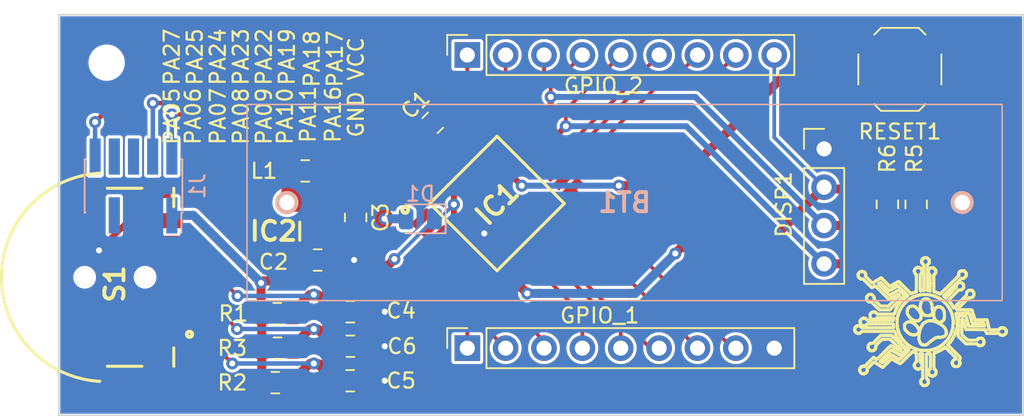
<source format=kicad_pcb>
(kicad_pcb (version 20171130) (host pcbnew "(5.1.2)-2")
  (layers (0 F.Cu signal) (31 B.Cu signal) (34 B.Paste user) (35 F.Paste user) (36 B.SilkS user) (37 F.SilkS user) (38 B.Mask user) (39 F.Mask user) (44 Edge.Cuts user))
  (net 0 "")
  (net 1 GND)
  (net 2 +BATT)
  (net 3 VCC)
  (net 4 "Net-(IC1-Pad29)")
  (net 5 "Net-(IC1-Pad16)")
  (net 6 "Net-(IC1-Pad15)")
  (net 7 "Net-(IC1-Pad2)")
  (net 8 "Net-(IC1-Pad1)")
  (net 9 "Net-(IC2-Pad5)")
  (net 10 "Net-(S1-Pad4)")
  (net 11 "Net-(S1-Pad1)")
  (net 12 "Net-(C3-Pad1)")
  (net 13 PA16)
  (net 14 PA11)
  (net 15 PA10)
  (net 16 PA09)
  (net 17 PA08)
  (net 18 PA07)
  (net 19 PA06)
  (net 20 PA05)
  (net 21 "Net-(J1-Pad8)")
  (net 22 "Net-(J1-Pad7)")
  (net 23 "Net-(J1-Pad6)")
  (net 24 PA23)
  (net 25 PA22)
  (net 26 PA27)
  (net 27 PA25)
  (net 28 PA24)
  (net 29 PA19)
  (net 30 PA18)
  (net 31 PA17)
  (net 32 "Net-(C1-Pad1)")
  (net 33 PA02)
  (net 34 PA04)
  (net 35 PA03)
  (net 36 SWDIO)
  (net 37 SWCLK)
  (net 38 ~RESET)
  (net 39 "Net-(S1-Pad7)")
  (module SamacSys_Parts:QFP80P900X900X120-32N (layer F.Cu) (at 101.1555 74.8665 45)
    (fp_text reference IC1 (at 0 0 45) (layer F.SilkS) (effects (font (size 1.27 1.27) (thickness 0.254))))
    (fp_text value ATSAML11E16A-AU hide)
    (pad 32 smd rect (at -2.8 -4.25 45) (size 0.6 1.5) (layers F.Cu F.Paste F.Mask) (net 36 SWDIO))
    (pad 31 smd rect (at -2 -4.25 45) (size 0.6 1.5) (layers F.Cu F.Paste F.Mask) (net 37 SWCLK))
    (pad 30 smd rect (at -1.2 -4.25 45) (size 0.6 1.5) (layers F.Cu F.Paste F.Mask) (net 3 VCC))
    (pad 29 smd rect (at -0.4 -4.25 45) (size 0.6 1.5) (layers F.Cu F.Paste F.Mask) (net 4 "Net-(IC1-Pad29)"))
    (pad 28 smd rect (at 0.4 -4.25 45) (size 0.6 1.5) (layers F.Cu F.Paste F.Mask) (net 1 GND))
    (pad 27 smd rect (at 1.2 -4.25 45) (size 0.6 1.5) (layers F.Cu F.Paste F.Mask) (net 32 "Net-(C1-Pad1)"))
    (pad 26 smd rect (at 2 -4.25 45) (size 0.6 1.5) (layers F.Cu F.Paste F.Mask) (net 38 ~RESET))
    (pad 25 smd rect (at 2.8 -4.25 45) (size 0.6 1.5) (layers F.Cu F.Paste F.Mask) (net 26 PA27))
    (pad 24 smd rect (at 4.25 -2.8 135) (size 0.6 1.5) (layers F.Cu F.Paste F.Mask) (net 27 PA25))
    (pad 23 smd rect (at 4.25 -2 135) (size 0.6 1.5) (layers F.Cu F.Paste F.Mask) (net 28 PA24))
    (pad 22 smd rect (at 4.25 -1.2 135) (size 0.6 1.5) (layers F.Cu F.Paste F.Mask) (net 24 PA23))
    (pad 21 smd rect (at 4.25 -0.4 135) (size 0.6 1.5) (layers F.Cu F.Paste F.Mask) (net 25 PA22))
    (pad 20 smd rect (at 4.25 0.4 135) (size 0.6 1.5) (layers F.Cu F.Paste F.Mask) (net 29 PA19))
    (pad 19 smd rect (at 4.25 1.2 135) (size 0.6 1.5) (layers F.Cu F.Paste F.Mask) (net 30 PA18))
    (pad 18 smd rect (at 4.25 2 135) (size 0.6 1.5) (layers F.Cu F.Paste F.Mask) (net 31 PA17))
    (pad 17 smd rect (at 4.25 2.8 135) (size 0.6 1.5) (layers F.Cu F.Paste F.Mask) (net 13 PA16))
    (pad 16 smd rect (at 2.8 4.25 45) (size 0.6 1.5) (layers F.Cu F.Paste F.Mask) (net 5 "Net-(IC1-Pad16)"))
    (pad 15 smd rect (at 2 4.25 45) (size 0.6 1.5) (layers F.Cu F.Paste F.Mask) (net 6 "Net-(IC1-Pad15)"))
    (pad 14 smd rect (at 1.2 4.25 45) (size 0.6 1.5) (layers F.Cu F.Paste F.Mask) (net 14 PA11))
    (pad 13 smd rect (at 0.4 4.25 45) (size 0.6 1.5) (layers F.Cu F.Paste F.Mask) (net 15 PA10))
    (pad 12 smd rect (at -0.4 4.25 45) (size 0.6 1.5) (layers F.Cu F.Paste F.Mask) (net 16 PA09))
    (pad 11 smd rect (at -1.2 4.25 45) (size 0.6 1.5) (layers F.Cu F.Paste F.Mask) (net 17 PA08))
    (pad 10 smd rect (at -2 4.25 45) (size 0.6 1.5) (layers F.Cu F.Paste F.Mask) (net 1 GND))
    (pad 9 smd rect (at -2.8 4.25 45) (size 0.6 1.5) (layers F.Cu F.Paste F.Mask) (net 3 VCC))
    (pad 8 smd rect (at -4.25 2.8 135) (size 0.6 1.5) (layers F.Cu F.Paste F.Mask) (net 18 PA07))
    (pad 7 smd rect (at -4.25 2 135) (size 0.6 1.5) (layers F.Cu F.Paste F.Mask) (net 19 PA06))
    (pad 6 smd rect (at -4.25 1.2 135) (size 0.6 1.5) (layers F.Cu F.Paste F.Mask) (net 20 PA05))
    (pad 5 smd rect (at -4.25 0.4 135) (size 0.6 1.5) (layers F.Cu F.Paste F.Mask) (net 34 PA04))
    (pad 4 smd rect (at -4.25 -0.4 135) (size 0.6 1.5) (layers F.Cu F.Paste F.Mask) (net 35 PA03))
    (pad 3 smd rect (at -4.25 -1.2 135) (size 0.6 1.5) (layers F.Cu F.Paste F.Mask) (net 33 PA02))
    (pad 2 smd rect (at -4.25 -2 135) (size 0.6 1.5) (layers F.Cu F.Paste F.Mask) (net 7 "Net-(IC1-Pad2)"))
    (pad 1 smd rect (at -4.25 -2.8 135) (size 0.6 1.5) (layers F.Cu F.Paste F.Mask) (net 8 "Net-(IC1-Pad1)"))
  )
  (module Button_Switch_SMD:SW_SPST_TL3342 (layer F.Cu) (at 127.8255 65.9765)
    (fp_text reference RESET1 (at 0 4.1275) (layer F.SilkS))
    (fp_text value BTN_RESET)
    (pad 2 smd rect (at 3.15 1.9) (size 1.7 1) (layers F.Cu F.Paste F.Mask) (net 1 GND))
    (pad 2 smd rect (at -3.15 1.9) (size 1.7 1) (layers F.Cu F.Paste F.Mask) (net 1 GND))
    (pad 1 smd rect (at 3.15 -1.9) (size 1.7 1) (layers F.Cu F.Paste F.Mask) (net 38 ~RESET))
    (pad 1 smd rect (at -3.15 -1.9) (size 1.7 1) (layers F.Cu F.Paste F.Mask) (net 38 ~RESET))
  )
  (module Capacitor_SMD:C_0805_2012Metric_Pad1.15x1.40mm_HandSolder (layer F.Cu) (at 86.605 82.169)
    (fp_text reference R1 (at -2.912 0) (layer F.SilkS))
    (fp_text value 1K)
    (pad 2 smd roundrect (at 1.025 0) (size 1.15 1.4) (layers F.Cu F.Paste F.Mask) (roundrect_rratio 0.217391) (net 33 PA02))
    (pad 1 smd roundrect (at -1.025 0) (size 1.15 1.4) (layers F.Cu F.Paste F.Mask) (roundrect_rratio 0.217391) (net 3 VCC))
  )
  (module Capacitor_SMD:C_0805_2012Metric_Pad1.15x1.40mm_HandSolder (layer F.Cu) (at 86.623 84.455)
    (fp_text reference R3 (at -2.9935 0) (layer F.SilkS))
    (fp_text value 1K)
    (pad 2 smd roundrect (at 1.025 0) (size 1.15 1.4) (layers F.Cu F.Paste F.Mask) (roundrect_rratio 0.217391) (net 35 PA03))
    (pad 1 smd roundrect (at -1.025 0) (size 1.15 1.4) (layers F.Cu F.Paste F.Mask) (roundrect_rratio 0.217391) (net 3 VCC))
  )
  (module Capacitor_SMD:C_0805_2012Metric_Pad1.15x1.40mm_HandSolder (layer F.Cu) (at 86.478 86.741)
    (fp_text reference R2 (at -2.8485 0) (layer F.SilkS))
    (fp_text value 1K)
    (pad 2 smd roundrect (at 1.025 0) (size 1.15 1.4) (layers F.Cu F.Paste F.Mask) (roundrect_rratio 0.217391) (net 34 PA04))
    (pad 1 smd roundrect (at -1.025 0) (size 1.15 1.4) (layers F.Cu F.Paste F.Mask) (roundrect_rratio 0.217391) (net 3 VCC))
  )
  (module Capacitor_SMD:C_0805_2012Metric_Pad1.15x1.40mm_HandSolder (layer F.Cu) (at 91.449 84.328)
    (fp_text reference C6 (at 3.42 0) (layer F.SilkS))
    (fp_text value 4.7uf)
    (pad 2 smd roundrect (at 1.025 0) (size 1.15 1.4) (layers F.Cu F.Paste F.Mask) (roundrect_rratio 0.217391) (net 1 GND))
    (pad 1 smd roundrect (at -1.025 0) (size 1.15 1.4) (layers F.Cu F.Paste F.Mask) (roundrect_rratio 0.217391) (net 35 PA03))
  )
  (module Capacitor_SMD:C_0805_2012Metric_Pad1.15x1.40mm_HandSolder (layer F.Cu) (at 91.431 86.614)
    (fp_text reference C5 (at 3.3745 0) (layer F.SilkS))
    (fp_text value 4.7uf)
    (pad 2 smd roundrect (at 1.025 0) (size 1.15 1.4) (layers F.Cu F.Paste F.Mask) (roundrect_rratio 0.217391) (net 1 GND))
    (pad 1 smd roundrect (at -1.025 0) (size 1.15 1.4) (layers F.Cu F.Paste F.Mask) (roundrect_rratio 0.217391) (net 34 PA04))
  )
  (module Capacitor_SMD:C_0805_2012Metric_Pad1.15x1.40mm_HandSolder (layer F.Cu) (at 91.44 82.042)
    (fp_text reference C4 (at 3.3655 -0.0635) (layer F.SilkS))
    (fp_text value 4.7uf)
    (pad 2 smd roundrect (at 1.025 0) (size 1.15 1.4) (layers F.Cu F.Paste F.Mask) (roundrect_rratio 0.217391) (net 1 GND))
    (pad 1 smd roundrect (at -1.025 0) (size 1.15 1.4) (layers F.Cu F.Paste F.Mask) (roundrect_rratio 0.217391) (net 33 PA02))
  )
  (module board-schematics:cubcon_logo (layer F.Cu) (at 129.921 77.216)
    (fp_text reference REF** hide)
    (fp_text value cubcon_logo)
  )
  (module board-schematics:2466 (layer B.Cu) (at 87.249 74.803)
    (fp_text reference BT1 (at 22.35 0) (layer B.SilkS) (effects (font (size 1.27 1.27) (thickness 0.254)) (justify mirror)))
    (fp_text value Battery_Cell hide)
    (pad 2 thru_hole circle (at 44.7 0 270) (size 1.53 1.53) (drill 1.02) (layers *.Cu *.Mask B.SilkS) (net 1 GND))
    (pad 1 thru_hole circle (at 0 0 270) (size 1.53 1.53) (drill 1.02) (layers *.Cu *.Mask B.SilkS) (net 2 +BATT))
  )
  (module MountingHole:MountingHole_2mm (layer F.Cu) (at 75.311 65.532)
    (fp_text reference H1 hide)
    (fp_text value "Keychain Hole")
    (pad "" np_thru_hole circle (at 0 0) (size 2 2) (drill 2) (layers *.Cu *.Mask))
  )
  (module Connector_PinSocket_2.54mm:PinSocket_1x09_P2.54mm_Vertical (layer F.Cu) (at 99.187 65.024 90)
    (fp_text reference GPIO_2 (at -2.032 9.017 180) (layer F.SilkS))
    (fp_text value Conn_01x09)
    (pad 9 thru_hole oval (at 0 20.32 90) (size 1.7 1.7) (drill 1) (layers *.Cu *.Mask) (net 3 VCC))
    (pad 8 thru_hole oval (at 0 17.78 90) (size 1.7 1.7) (drill 1) (layers *.Cu *.Mask) (net 31 PA17))
    (pad 7 thru_hole oval (at 0 15.24 90) (size 1.7 1.7) (drill 1) (layers *.Cu *.Mask) (net 30 PA18))
    (pad 6 thru_hole oval (at 0 12.7 90) (size 1.7 1.7) (drill 1) (layers *.Cu *.Mask) (net 29 PA19))
    (pad 5 thru_hole oval (at 0 10.16 90) (size 1.7 1.7) (drill 1) (layers *.Cu *.Mask) (net 25 PA22))
    (pad 4 thru_hole oval (at 0 7.62 90) (size 1.7 1.7) (drill 1) (layers *.Cu *.Mask) (net 24 PA23))
    (pad 3 thru_hole oval (at 0 5.08 90) (size 1.7 1.7) (drill 1) (layers *.Cu *.Mask) (net 28 PA24))
    (pad 2 thru_hole oval (at 0 2.54 90) (size 1.7 1.7) (drill 1) (layers *.Cu *.Mask) (net 27 PA25))
    (pad 1 thru_hole rect (at 0 0 90) (size 1.7 1.7) (drill 1) (layers *.Cu *.Mask) (net 26 PA27))
  )
  (module Connector_PinSocket_2.54mm:PinSocket_1x09_P2.54mm_Vertical (layer F.Cu) (at 99.187 84.455 90)
    (fp_text reference GPIO_1 (at 2.159 8.763 180) (layer F.SilkS))
    (fp_text value Conn_01x09)
    (pad 9 thru_hole oval (at 0 20.32 90) (size 1.7 1.7) (drill 1) (layers *.Cu *.Mask) (net 1 GND))
    (pad 8 thru_hole oval (at 0 17.78 90) (size 1.7 1.7) (drill 1) (layers *.Cu *.Mask) (net 13 PA16))
    (pad 7 thru_hole oval (at 0 15.24 90) (size 1.7 1.7) (drill 1) (layers *.Cu *.Mask) (net 14 PA11))
    (pad 6 thru_hole oval (at 0 12.7 90) (size 1.7 1.7) (drill 1) (layers *.Cu *.Mask) (net 15 PA10))
    (pad 5 thru_hole oval (at 0 10.16 90) (size 1.7 1.7) (drill 1) (layers *.Cu *.Mask) (net 16 PA09))
    (pad 4 thru_hole oval (at 0 7.62 90) (size 1.7 1.7) (drill 1) (layers *.Cu *.Mask) (net 17 PA08))
    (pad 3 thru_hole oval (at 0 5.08 90) (size 1.7 1.7) (drill 1) (layers *.Cu *.Mask) (net 18 PA07))
    (pad 2 thru_hole oval (at 0 2.54 90) (size 1.7 1.7) (drill 1) (layers *.Cu *.Mask) (net 19 PA06))
    (pad 1 thru_hole rect (at 0 0 90) (size 1.7 1.7) (drill 1) (layers *.Cu *.Mask) (net 20 PA05))
  )
  (module Inductor_SMD:L_0805_2012Metric_Pad1.15x1.40mm_HandSolder (layer F.Cu) (at 88.4564 72.7075 180)
    (fp_text reference L1 (at 2.7314 0 180) (layer F.SilkS))
    (fp_text value 4.7uh)
    (pad 2 smd roundrect (at 1.025 0 180) (size 1.15 1.4) (layers F.Cu F.Paste F.Mask) (roundrect_rratio 0.217391) (net 2 +BATT))
    (pad 1 smd roundrect (at -1.025 0 180) (size 1.15 1.4) (layers F.Cu F.Paste F.Mask) (roundrect_rratio 0.217391) (net 9 "Net-(IC2-Pad5)"))
  )
  (module Diode_SMD:D_0805_2012Metric (layer B.Cu) (at 96.0755 75.8825 180)
    (fp_text reference D1 (at 0 1.65 180) (layer B.SilkS) (effects (justify mirror)))
    (fp_text value SD0805S020S0R5)
    (pad 2 smd roundrect (at 0.9375 0 180) (size 0.975 1.4) (layers B.Cu B.Paste B.Mask) (net 12 "Net-(C3-Pad1)"))
    (pad 1 smd roundrect (at -0.9375 0 180) (size 0.975 1.4) (layers B.Cu B.Paste B.Mask) (net 3 VCC))
  )
  (module board-schematics:SLLB120200 (layer F.Cu) (at 79.756 79.756 90)
    (fp_text reference S1 (at -0.443 -3.905 90) (layer F.SilkS) (effects (font (size 1.27 1.27) (thickness 0.254))))
    (fp_text value SLLB120200 hide)
    (pad 12 thru_hole circle (at 0 -1.9 180) (size 1.1 1.1) (drill 1.1) (layers *.Cu *.Mask F.SilkS))
    (pad 11 thru_hole circle (at 0 -5.9 180) (size 1.1 1.1) (drill 1.1) (layers *.Cu *.Mask F.SilkS))
    (pad 10 smd rect (at 5.75 -1 90) (size 1 1.6) (layers F.Cu F.Paste F.Mask))
    (pad 9 smd rect (at -5.75 -1 90) (size 1 1.6) (layers F.Cu F.Paste F.Mask))
    (pad 8 smd rect (at -5.45 -5.2 180) (size 1 1.3) (layers F.Cu F.Paste F.Mask) (net 1 GND))
    (pad 7 smd rect (at 5.45 -5.2 180) (size 1 1.3) (layers F.Cu F.Paste F.Mask) (net 39 "Net-(S1-Pad7)"))
    (pad 6 smd rect (at 3.75 -0.2 90) (size 1 1.6) (layers F.Cu F.Paste F.Mask) (net 1 GND))
    (pad 5 smd rect (at -0.75 -0.2 90) (size 1 1.6) (layers F.Cu F.Paste F.Mask) (net 35 PA03))
    (pad 4 smd rect (at 2.25 -0.2 90) (size 1 1.6) (layers F.Cu F.Paste F.Mask) (net 10 "Net-(S1-Pad4)"))
    (pad 3 smd rect (at 0.75 -0.2 90) (size 1 1.6) (layers F.Cu F.Paste F.Mask) (net 33 PA02))
    (pad 2 smd rect (at -2.25 -0.2 90) (size 1 1.6) (layers F.Cu F.Paste F.Mask) (net 34 PA04))
    (pad 1 smd rect (at -3.75 -0.2 90) (size 1 1.6) (layers F.Cu F.Paste F.Mask) (net 11 "Net-(S1-Pad1)"))
  )
  (module board-schematics:SOT65P210X110-6N (layer F.Cu) (at 89.296 75.753 90)
    (fp_text reference IC2 (at -0.955 -2.936 180) (layer F.SilkS) (effects (font (size 1.27 1.27) (thickness 0.254))))
    (fp_text value TLV61225DCKR hide)
    (pad 6 smd rect (at 0.95 -0.65 180) (size 0.4 1.2) (layers F.Cu F.Paste F.Mask) (net 2 +BATT))
    (pad 5 smd rect (at 0.95 0 180) (size 0.4 1.2) (layers F.Cu F.Paste F.Mask) (net 9 "Net-(IC2-Pad5)"))
    (pad 4 smd rect (at 0.95 0.65 180) (size 0.4 1.2) (layers F.Cu F.Paste F.Mask) (net 12 "Net-(C3-Pad1)"))
    (pad 3 smd rect (at -0.95 0.65 180) (size 0.4 1.2) (layers F.Cu F.Paste F.Mask) (net 1 GND))
    (pad 2 smd rect (at -0.95 0 180) (size 0.4 1.2) (layers F.Cu F.Paste F.Mask) (net 12 "Net-(C3-Pad1)"))
    (pad 1 smd rect (at -0.95 -0.65 180) (size 0.4 1.2) (layers F.Cu F.Paste F.Mask) (net 2 +BATT))
  )
  (module Resistor_SMD:R_0805_2012Metric_Pad1.15x1.40mm_HandSolder (layer F.Cu) (at 127 74.93 270)
    (fp_text reference R6 (at -3.048 0 270) (layer F.SilkS))
    (fp_text value 1K)
    (pad 2 smd roundrect (at 1.025 0 270) (size 1.15 1.4) (layers F.Cu F.Paste F.Mask) (roundrect_rratio 0.217391) (net 24 PA23))
    (pad 1 smd roundrect (at -1.025 0 270) (size 1.15 1.4) (layers F.Cu F.Paste F.Mask) (roundrect_rratio 0.217391) (net 3 VCC))
  )
  (module Resistor_SMD:R_0805_2012Metric_Pad1.15x1.40mm_HandSolder (layer F.Cu) (at 128.905 74.93 270)
    (fp_text reference R5 (at -3.048 0.127 270) (layer F.SilkS))
    (fp_text value 1K)
    (pad 2 smd roundrect (at 1.025 0 270) (size 1.15 1.4) (layers F.Cu F.Paste F.Mask) (roundrect_rratio 0.217391) (net 25 PA22))
    (pad 1 smd roundrect (at -1.025 0 270) (size 1.15 1.4) (layers F.Cu F.Paste F.Mask) (roundrect_rratio 0.217391) (net 3 VCC))
  )
  (module Capacitor_SMD:C_0805_2012Metric_Pad1.15x1.40mm_HandSolder (layer F.Cu) (at 91.7956 75.7936 270)
    (fp_text reference C3 (at 0 -1.65 270) (layer F.SilkS))
    (fp_text value 10u)
    (pad 2 smd roundrect (at 1.025 0 270) (size 1.15 1.4) (layers F.Cu F.Paste F.Mask) (roundrect_rratio 0.217391) (net 1 GND))
    (pad 1 smd roundrect (at -1.025 0 270) (size 1.15 1.4) (layers F.Cu F.Paste F.Mask) (roundrect_rratio 0.217391) (net 12 "Net-(C3-Pad1)"))
  )
  (module Connector_PinHeader_1.27mm:PinHeader_2x05_P1.27mm_Vertical_SMD (layer B.Cu) (at 77.089 73.705 90)
    (fp_text reference J1 (at 0 4.235 90) (layer B.SilkS) (effects (justify mirror)))
    (fp_text value Conn_ARM_JTAG_SWD_10)
    (pad 10 smd rect (at 1.95 -2.54 90) (size 2.4 0.74) (layers B.Cu B.Paste B.Mask) (net 38 ~RESET))
    (pad 9 smd rect (at -1.95 -2.54 90) (size 2.4 0.74) (layers B.Cu B.Paste B.Mask) (net 1 GND))
    (pad 8 smd rect (at 1.95 -1.27 90) (size 2.4 0.74) (layers B.Cu B.Paste B.Mask) (net 21 "Net-(J1-Pad8)"))
    (pad 7 smd rect (at -1.95 -1.27 90) (size 2.4 0.74) (layers B.Cu B.Paste B.Mask) (net 22 "Net-(J1-Pad7)"))
    (pad 6 smd rect (at 1.95 0 90) (size 2.4 0.74) (layers B.Cu B.Paste B.Mask) (net 23 "Net-(J1-Pad6)"))
    (pad 5 smd rect (at -1.95 0 90) (size 2.4 0.74) (layers B.Cu B.Paste B.Mask) (net 1 GND))
    (pad 4 smd rect (at 1.95 1.27 90) (size 2.4 0.74) (layers B.Cu B.Paste B.Mask) (net 37 SWCLK))
    (pad 3 smd rect (at -1.95 1.27 90) (size 2.4 0.74) (layers B.Cu B.Paste B.Mask) (net 1 GND))
    (pad 2 smd rect (at 1.95 2.54 90) (size 2.4 0.74) (layers B.Cu B.Paste B.Mask) (net 36 SWDIO))
    (pad 1 smd rect (at -1.95 2.54 90) (size 2.4 0.74) (layers B.Cu B.Paste B.Mask) (net 3 VCC))
  )
  (module Connector_PinHeader_2.54mm:PinHeader_1x04_P2.54mm_Vertical (layer F.Cu) (at 122.809 71.247)
    (fp_text reference DISP1 (at -2.667 3.683 90) (layer F.SilkS))
    (fp_text value Conn_01x04)
    (pad 4 thru_hole oval (at 0 7.62) (size 1.7 1.7) (drill 1) (layers *.Cu *.Mask) (net 25 PA22))
    (pad 3 thru_hole oval (at 0 5.08) (size 1.7 1.7) (drill 1) (layers *.Cu *.Mask) (net 24 PA23))
    (pad 2 thru_hole oval (at 0 2.54) (size 1.7 1.7) (drill 1) (layers *.Cu *.Mask) (net 3 VCC))
    (pad 1 thru_hole rect (at 0 0) (size 1.7 1.7) (drill 1) (layers *.Cu *.Mask) (net 1 GND))
  )
  (module Capacitor_SMD:C_0805_2012Metric_Pad1.15x1.40mm_HandSolder (layer F.Cu) (at 89.281 78.613)
    (fp_text reference C2 (at -2.921 0.127) (layer F.SilkS))
    (fp_text value 10u)
    (pad 2 smd roundrect (at 1.025 0) (size 1.15 1.4) (layers F.Cu F.Paste F.Mask) (roundrect_rratio 0.217391) (net 1 GND))
    (pad 1 smd roundrect (at -1.025 0) (size 1.15 1.4) (layers F.Cu F.Paste F.Mask) (roundrect_rratio 0.217391) (net 2 +BATT))
  )
  (module Capacitor_SMD:C_0805_2012Metric_Pad1.15x1.40mm_HandSolder (layer F.Cu) (at 96.901 69.5198 225)
    (fp_text reference C1 (at -0.035921 1.652367 225) (layer F.SilkS))
    (fp_text value 10uF)
    (pad 2 smd roundrect (at 1.025 0 225) (size 1.15 1.4) (layers F.Cu F.Paste F.Mask) (roundrect_rratio 0.217391) (net 1 GND))
    (pad 1 smd roundrect (at -1.025 0 225) (size 1.15 1.4) (layers F.Cu F.Paste F.Mask) (roundrect_rratio 0.217391) (net 32 "Net-(C1-Pad1)"))
  )
  (gr_text GND (at 91.821 68.961 90) (layer F.SilkS) (effects (font (size 1 1))))
  (gr_text PA16 (at 90.297 68.961 90) (layer F.SilkS) (effects (font (size 1 1))))
  (gr_text PA18 (at 88.9 65.278 90) (layer F.SilkS) (effects (font (size 1 1))))
  (gr_text PA11 (at 88.646 68.961 90) (layer F.SilkS) (effects (font (size 1 1))))
  (gr_text PA10 (at 87.122 69.088 90) (layer F.SilkS) (effects (font (size 1 1))))
  (gr_text PA09 (at 85.725 69.088 90) (layer F.SilkS) (effects (font (size 1 1))))
  (gr_text PA08 (at 84.201 69.088 90) (layer F.SilkS) (effects (font (size 1 1))))
  (gr_text PA07 (at 82.677 69.088 90) (layer F.SilkS) (effects (font (size 1 1))))
  (gr_text PA06 (at 81.026 69.088 90) (layer F.SilkS) (effects (font (size 1 1))))
  (gr_text PA05 (at 79.629 69.088 90) (layer F.SilkS) (effects (font (size 1 1))))
  (gr_text VCC (at 91.821 65.278 90) (layer F.SilkS) (effects (font (size 1 1))))
  (gr_text PA17 (at 90.424 65.278 90) (layer F.SilkS) (effects (font (size 1 1))))
  (gr_text PA19 (at 87.249 65.151 90) (layer F.SilkS) (effects (font (size 1 1))))
  (gr_text PA22 (at 85.725 65.151 90) (layer F.SilkS) (effects (font (size 1 1))))
  (gr_text PA23 (at 84.201 65.151 90) (layer F.SilkS) (effects (font (size 1 1))))
  (gr_text PA24 (at 82.677 65.151 90) (layer F.SilkS) (effects (font (size 1 1))))
  (gr_text PA25 (at 81.153 65.151 90) (layer F.SilkS) (effects (font (size 1 1))))
  (gr_text PA27 (at 79.629 65.151 90) (layer F.SilkS) (effects (font (size 1 1))))
  (gr_line (start 136.017 62.357) (end 135.89 62.357) (layer Edge.Cuts) (width 0.1))
  (gr_line (start 136.017 88.9) (end 136.017 62.357) (layer Edge.Cuts) (width 0.1))
  (gr_line (start 72.136 88.9) (end 136.017 88.9) (layer Edge.Cuts) (width 0.1))
  (gr_line (start 72.136 62.357) (end 72.136 88.9) (layer Edge.Cuts) (width 0.1))
  (gr_line (start 135.89 62.357) (end 72.136 62.357) (layer Edge.Cuts) (width 0.1))
  (segment (start 97.09927 70.244584) (end 96.176216 70.244584) (width 0.4) (layer F.Cu) (net 1))
  (segment (start 98.433139 71.578453) (end 97.09927 70.244584) (width 0.4) (layer F.Cu) (net 1))
  (segment (start 92.456 82.042) (end 93.726 82.042) (width 0.4) (layer F.Cu) (net 1))
  (segment (start 92.465 84.328) (end 93.14 84.328) (width 0.4) (layer F.Cu) (net 1))
  (segment (start 93.14 84.328) (end 93.726 84.328) (width 0.4) (layer F.Cu) (net 1))
  (segment (start 92.465 86.614) (end 93.14 86.614) (width 0.4) (layer F.Cu) (net 1))
  (segment (start 93.14 86.614) (end 93.726 86.614) (width 0.4) (layer F.Cu) (net 1))
  (segment (start 93.726 82.042) (end 93.726 82.042) (width 0.4) (layer F.Cu) (net 1))
  (via (at 93.726 82.042) (size 0.8) (drill 0.4) (layers F.Cu B.Cu) (net 1))
  (segment (start 93.726 84.328) (end 93.726 84.328) (width 0.4) (layer F.Cu) (net 1))
  (via (at 93.726 84.328) (size 0.8) (drill 0.4) (layers F.Cu B.Cu) (net 1))
  (segment (start 93.726 86.614) (end 93.726 86.614) (width 0.4) (layer F.Cu) (net 1))
  (via (at 93.726 86.614) (size 0.8) (drill 0.4) (layers F.Cu B.Cu) (net 1))
  (via (at 91.694 78.613) (size 0.8) (drill 0.4) (layers F.Cu B.Cu) (net 1))
  (segment (start 102.14545 78.684877) (end 102.74649 79.285917) (width 0.4) (layer F.Cu) (net 1))
  (segment (start 99.098001 75.637428) (end 100.312787 76.852213) (width 0.4) (layer F.Cu) (net 1))
  (segment (start 98.433139 71.578453) (end 99.098001 72.243315) (width 0.4) (layer F.Cu) (net 1))
  (segment (start 99.098001 72.243315) (end 99.098001 75.637428) (width 0.4) (layer F.Cu) (net 1))
  (segment (start 100.312787 76.852213) (end 102.14545 78.684877) (width 0.4) (layer F.Cu) (net 1))
  (via (at 100.312787 76.852213) (size 0.8) (drill 0.4) (layers F.Cu B.Cu) (net 1))
  (segment (start 131.268 67.935) (end 124.968 67.935) (width 0.4) (layer F.Cu) (net 1))
  (segment (start 122.809 69.997) (end 122.809 71.247) (width 0.4) (layer F.Cu) (net 1))
  (segment (start 122.809 68.844) (end 122.809 69.997) (width 0.4) (layer F.Cu) (net 1))
  (segment (start 123.718 67.935) (end 122.809 68.844) (width 0.4) (layer F.Cu) (net 1))
  (segment (start 124.968 67.935) (end 123.718 67.935) (width 0.4) (layer F.Cu) (net 1))
  (segment (start 74.556 84.156) (end 74.556 85.206) (width 0.4) (layer F.Cu) (net 1))
  (segment (start 74.806001 83.905999) (end 74.556 84.156) (width 0.4) (layer F.Cu) (net 1))
  (segment (start 74.556 75.356) (end 74.806001 75.606001) (width 0.4) (layer F.Cu) (net 1))
  (segment (start 74.556 74.306) (end 74.556 75.356) (width 0.4) (layer F.Cu) (net 1))
  (segment (start 74.806001 75.606001) (end 74.806001 77.974999) (width 0.4) (layer F.Cu) (net 1))
  (segment (start 74.806001 77.974999) (end 74.806001 83.905999) (width 0.4) (layer F.Cu) (net 1))
  (via (at 74.806001 77.974999) (size 0.8) (drill 0.4) (layers F.Cu B.Cu) (net 1))
  (segment (start 76.775 76.006) (end 74.806001 77.974999) (width 0.4) (layer F.Cu) (net 1))
  (segment (start 79.556 76.006) (end 76.775 76.006) (width 0.4) (layer F.Cu) (net 1))
  (segment (start 88.646 76.703) (end 88.646 74.803) (width 0.4) (layer F.Cu) (net 2))
  (segment (start 97.301768 72.709824) (end 98.298 73.706056) (width 0.4) (layer F.Cu) (net 3))
  (segment (start 98.298 74.93) (end 98.298 74.93) (width 0.4) (layer F.Cu) (net 3))
  (via (at 98.298 74.93) (size 0.8) (drill 0.4) (layers F.Cu B.Cu) (net 3))
  (segment (start 98.298 73.706056) (end 98.298 73.706056) (width 0.4) (layer F.Cu) (net 3))
  (segment (start 98.298 73.706056) (end 98.298 74.93) (width 0.4) (layer F.Cu) (net 3))
  (segment (start 85.5345 80.137) (end 85.5345 80.137) (width 0.4) (layer F.Cu) (net 3))
  (segment (start 98.298 75.968798) (end 102.180805 79.851603) (width 0.4) (layer F.Cu) (net 3))
  (segment (start 98.298 74.93) (end 98.298 75.968798) (width 0.4) (layer F.Cu) (net 3))
  (segment (start 103.955799 80.826599) (end 109.927401 80.826599) (width 0.6) (layer B.Cu) (net 3))
  (segment (start 109.927401 80.826599) (end 110.308401 80.826599) (width 0.6) (layer B.Cu) (net 3))
  (segment (start 110.308401 80.826599) (end 112.9538 78.1812) (width 0.6) (layer B.Cu) (net 3))
  (segment (start 112.9538 78.1812) (end 112.9538 78.1812) (width 0.6) (layer B.Cu) (net 3))
  (via (at 112.9538 78.1812) (size 0.8) (drill 0.4) (layers F.Cu B.Cu) (net 3))
  (segment (start 103.955799 80.826599) (end 103.153199 80.826599) (width 0.6) (layer B.Cu) (net 3))
  (segment (start 103.153199 80.826599) (end 103.153199 80.826599) (width 0.6) (layer B.Cu) (net 3))
  (via (at 103.153199 80.826599) (size 0.8) (drill 0.4) (layers F.Cu B.Cu) (net 3))
  (segment (start 102.180805 79.854205) (end 103.153199 80.826599) (width 0.6) (layer F.Cu) (net 3))
  (segment (start 102.180805 79.851603) (end 102.180805 79.854205) (width 0.6) (layer F.Cu) (net 3))
  (segment (start 121.959001 74.636999) (end 122.809 73.787) (width 0.6) (layer F.Cu) (net 3))
  (segment (start 118.814799 77.781201) (end 121.959001 74.636999) (width 0.6) (layer F.Cu) (net 3))
  (segment (start 112.9538 78.1812) (end 113.353799 77.781201) (width 0.6) (layer F.Cu) (net 3))
  (segment (start 113.353799 77.781201) (end 118.814799 77.781201) (width 0.6) (layer F.Cu) (net 3))
  (segment (start 85.5345 81.9965) (end 85.58 82.042) (width 0.6) (layer F.Cu) (net 3))
  (segment (start 85.5345 80.137) (end 85.5345 80.137) (width 0.6) (layer F.Cu) (net 3))
  (segment (start 85.58 82.042) (end 85.58 84.328) (width 0.6) (layer F.Cu) (net 3))
  (segment (start 85.58 84.328) (end 85.58 86.614) (width 0.6) (layer F.Cu) (net 3))
  (segment (start 122.927 73.905) (end 122.809 73.787) (width 0.6) (layer F.Cu) (net 3))
  (segment (start 127 73.905) (end 122.927 73.905) (width 0.6) (layer F.Cu) (net 3))
  (segment (start 127 73.905) (end 128.905 73.905) (width 0.6) (layer F.Cu) (net 3))
  (segment (start 97.3455 75.8825) (end 98.298 74.93) (width 0.25) (layer B.Cu) (net 3))
  (segment (start 97.013 75.8825) (end 97.3455 75.8825) (width 0.25) (layer B.Cu) (net 3))
  (segment (start 96.456763 76.438737) (end 96.456763 76.453737) (width 0.25) (layer B.Cu) (net 3))
  (segment (start 97.013 75.8825) (end 96.456763 76.438737) (width 0.25) (layer B.Cu) (net 3))
  (segment (start 96.456763 76.453737) (end 94.361 78.5495) (width 0.25) (layer B.Cu) (net 3))
  (segment (start 94.361 78.5495) (end 94.361 78.5495) (width 0.25) (layer B.Cu) (net 3))
  (segment (start 119.507 70.485) (end 119.507 65.024) (width 0.25) (layer B.Cu) (net 3))
  (segment (start 122.809 73.787) (end 119.507 70.485) (width 0.25) (layer B.Cu) (net 3))
  (segment (start 85.5345 80.137) (end 85.5345 80.137) (width 0.6) (layer F.Cu) (net 3))
  (segment (start 94.361 78.5495) (end 94.361 78.5495) (width 0.25) (layer B.Cu) (net 3))
  (segment (start 94.361 78.5495) (end 94.361 78.5495) (width 0.25) (layer B.Cu) (net 3))
  (via (at 94.361 78.5495) (size 0.8) (drill 0.4) (layers F.Cu B.Cu) (net 3))
  (segment (start 85.672501 79.998999) (end 85.56625 80.10525) (width 0.6) (layer F.Cu) (net 3))
  (segment (start 92.911501 79.998999) (end 85.672501 79.998999) (width 0.6) (layer F.Cu) (net 3))
  (segment (start 94.361 78.5495) (end 92.911501 79.998999) (width 0.6) (layer F.Cu) (net 3))
  (segment (start 85.56625 80.10525) (end 85.5345 80.137) (width 0.6) (layer F.Cu) (net 3))
  (segment (start 85.5345 80.137) (end 85.5345 81.9965) (width 0.6) (layer F.Cu) (net 3))
  (via (at 85.5345 80.137) (size 0.8) (drill 0.4) (layers F.Cu B.Cu) (net 3))
  (segment (start 81.0525 75.655) (end 79.629 75.655) (width 0.6) (layer B.Cu) (net 3))
  (segment (start 85.5345 80.137) (end 81.0525 75.655) (width 0.6) (layer B.Cu) (net 3))
  (segment (start 89.946 75.203) (end 89.946 74.803) (width 0.4) (layer F.Cu) (net 12))
  (segment (start 92.5956 74.7686) (end 93.051 75.224) (width 1.2) (layer F.Cu) (net 12))
  (segment (start 91.7956 74.7686) (end 92.5956 74.7686) (width 1.2) (layer F.Cu) (net 12))
  (segment (start 93.7095 75.8825) (end 93.7095 75.8825) (width 1.2) (layer F.Cu) (net 12))
  (via (at 93.7095 75.8825) (size 0.8) (drill 0.4) (layers F.Cu B.Cu) (net 12))
  (segment (start 93.051 75.224) (end 93.7095 75.8825) (width 1.2) (layer F.Cu) (net 12))
  (segment (start 95.138 75.8825) (end 93.7095 75.8825) (width 0.6) (layer B.Cu) (net 12))
  (segment (start 89.946 75.653) (end 89.946 74.803) (width 0.25) (layer F.Cu) (net 12))
  (segment (start 89.870999 75.728001) (end 89.946 75.653) (width 0.25) (layer F.Cu) (net 12))
  (segment (start 89.535997 75.728001) (end 89.870999 75.728001) (width 0.25) (layer F.Cu) (net 12))
  (segment (start 89.296 75.967998) (end 89.535997 75.728001) (width 0.25) (layer F.Cu) (net 12))
  (segment (start 89.296 76.703) (end 89.296 75.967998) (width 0.25) (layer F.Cu) (net 12))
  (segment (start 116.754408 84.455) (end 116.967 84.455) (width 0.25) (layer F.Cu) (net 13))
  (segment (start 106.140603 73.841195) (end 116.754408 84.455) (width 0.25) (layer F.Cu) (net 13))
  (segment (start 113.577001 83.605001) (end 114.427 84.455) (width 0.25) (layer F.Cu) (net 14))
  (segment (start 107.596216 77.624216) (end 113.577001 83.605001) (width 0.25) (layer F.Cu) (net 14))
  (segment (start 105.610272 77.624216) (end 107.596216 77.624216) (width 0.25) (layer F.Cu) (net 14))
  (segment (start 105.009232 77.023176) (end 105.610272 77.624216) (width 0.25) (layer F.Cu) (net 14))
  (segment (start 111.309686 84.455) (end 111.887 84.455) (width 0.25) (layer F.Cu) (net 15))
  (segment (start 104.443547 77.588861) (end 111.309686 84.455) (width 0.25) (layer F.Cu) (net 15))
  (segment (start 109.347 83.252919) (end 109.347 84.455) (width 0.25) (layer F.Cu) (net 16))
  (segment (start 104.849668 78.755587) (end 109.347 83.252919) (width 0.25) (layer F.Cu) (net 16))
  (segment (start 104.478901 78.755587) (end 104.849668 78.755587) (width 0.25) (layer F.Cu) (net 16))
  (segment (start 103.877861 78.154547) (end 104.478901 78.755587) (width 0.25) (layer F.Cu) (net 16))
  (segment (start 106.807 82.215056) (end 106.807 84.455) (width 0.25) (layer F.Cu) (net 17))
  (segment (start 103.312176 78.720232) (end 106.807 82.215056) (width 0.25) (layer F.Cu) (net 17))
  (segment (start 104.267 83.988408) (end 104.267 84.455) (width 0.25) (layer F.Cu) (net 18))
  (segment (start 100.130195 79.851603) (end 104.267 83.988408) (width 0.25) (layer F.Cu) (net 18))
  (segment (start 100.877001 83.605001) (end 101.727 84.455) (width 0.25) (layer F.Cu) (net 19))
  (segment (start 98.96347 81.69147) (end 100.877001 83.605001) (width 0.25) (layer F.Cu) (net 19))
  (segment (start 98.96347 79.886957) (end 98.96347 81.69147) (width 0.25) (layer F.Cu) (net 19))
  (segment (start 99.56451 79.285917) (end 98.96347 79.886957) (width 0.25) (layer F.Cu) (net 19))
  (segment (start 99.187 83.355) (end 99.187 84.455) (width 0.25) (layer F.Cu) (net 20))
  (segment (start 98.397784 82.565784) (end 99.187 83.355) (width 0.25) (layer F.Cu) (net 20))
  (segment (start 98.397784 79.321272) (end 98.397784 82.565784) (width 0.25) (layer F.Cu) (net 20))
  (segment (start 98.998824 78.720232) (end 98.397784 79.321272) (width 0.25) (layer F.Cu) (net 20))
  (segment (start 104.7115 69.613444) (end 104.7115 69.1769) (width 0.4) (layer F.Cu) (net 24))
  (segment (start 103.312176 71.012768) (end 104.7115 69.613444) (width 0.4) (layer F.Cu) (net 24))
  (segment (start 104.7115 69.1769) (end 104.7115 67.8053) (width 0.4) (layer F.Cu) (net 24))
  (via (at 104.7115 67.8053) (size 0.8) (drill 0.4) (layers F.Cu B.Cu) (net 24))
  (segment (start 114.2873 67.8053) (end 122.809 76.327) (width 0.4) (layer B.Cu) (net 24))
  (segment (start 104.7115 67.8053) (end 114.2873 67.8053) (width 0.4) (layer B.Cu) (net 24))
  (segment (start 126.628 76.327) (end 127 75.955) (width 0.6) (layer F.Cu) (net 24))
  (segment (start 122.809 76.327) (end 126.628 76.327) (width 0.6) (layer F.Cu) (net 24))
  (segment (start 104.7115 67.1195) (end 104.7115 67.8053) (width 0.25) (layer F.Cu) (net 24))
  (segment (start 106.807 65.024) (end 104.7115 67.1195) (width 0.25) (layer F.Cu) (net 24))
  (segment (start 103.877861 71.578453) (end 105.711357 69.744957) (width 0.4) (layer F.Cu) (net 25))
  (via (at 105.711357 69.744957) (size 0.8) (drill 0.4) (layers F.Cu B.Cu) (net 25))
  (segment (start 113.686957 69.744957) (end 122.809 78.867) (width 0.4) (layer B.Cu) (net 25))
  (segment (start 105.711357 69.744957) (end 113.686957 69.744957) (width 0.4) (layer B.Cu) (net 25))
  (segment (start 125.993 78.867) (end 122.809 78.867) (width 0.6) (layer F.Cu) (net 25))
  (segment (start 128.905 75.955) (end 125.993 78.867) (width 0.6) (layer F.Cu) (net 25))
  (segment (start 105.711357 68.659643) (end 105.711357 69.744957) (width 0.25) (layer F.Cu) (net 25))
  (segment (start 109.347 65.024) (end 105.711357 68.659643) (width 0.25) (layer F.Cu) (net 25))
  (segment (start 100.130195 69.357133) (end 100.130195 69.881397) (width 0.25) (layer F.Cu) (net 26))
  (segment (start 100.130195 67.067195) (end 100.130195 69.357133) (width 0.25) (layer F.Cu) (net 26))
  (segment (start 99.187 66.124) (end 100.130195 67.067195) (width 0.25) (layer F.Cu) (net 26))
  (segment (start 99.187 65.024) (end 99.187 66.124) (width 0.25) (layer F.Cu) (net 26))
  (segment (start 101.727 69.427592) (end 102.180805 69.881397) (width 0.25) (layer F.Cu) (net 27))
  (segment (start 101.727 65.024) (end 101.727 69.427592) (width 0.25) (layer F.Cu) (net 27))
  (segment (start 103.34753 69.846043) (end 102.74649 70.447083) (width 0.25) (layer F.Cu) (net 28))
  (segment (start 103.34753 67.145551) (end 103.34753 69.846043) (width 0.25) (layer F.Cu) (net 28))
  (segment (start 104.267 66.226081) (end 103.34753 67.145551) (width 0.25) (layer F.Cu) (net 28))
  (segment (start 104.267 65.024) (end 104.267 66.226081) (width 0.25) (layer F.Cu) (net 28))
  (segment (start 104.691017 72.144139) (end 104.443547 72.144139) (width 0.25) (layer F.Cu) (net 29))
  (segment (start 105.192804 71.642352) (end 104.691017 72.144139) (width 0.25) (layer F.Cu) (net 29))
  (segment (start 111.887 65.024) (end 105.268648 71.642352) (width 0.25) (layer F.Cu) (net 29))
  (segment (start 105.268648 71.642352) (end 105.192804 71.642352) (width 0.25) (layer F.Cu) (net 29))
  (segment (start 105.610272 72.108784) (end 105.009232 72.709824) (width 0.25) (layer F.Cu) (net 30))
  (segment (start 111.520055 66.199001) (end 105.610272 72.108784) (width 0.25) (layer F.Cu) (net 30))
  (segment (start 113.251999 66.199001) (end 111.520055 66.199001) (width 0.25) (layer F.Cu) (net 30))
  (segment (start 114.427 65.024) (end 113.251999 66.199001) (width 0.25) (layer F.Cu) (net 30))
  (segment (start 106.175957 72.67447) (end 105.574917 73.27551) (width 0.25) (layer F.Cu) (net 31))
  (segment (start 112.201416 66.649011) (end 106.175957 72.67447) (width 0.25) (layer F.Cu) (net 31))
  (segment (start 115.341989 66.649011) (end 112.201416 66.649011) (width 0.25) (layer F.Cu) (net 31))
  (segment (start 116.967 65.024) (end 115.341989 66.649011) (width 0.25) (layer F.Cu) (net 31))
  (segment (start 97.625784 69.639728) (end 97.625784 68.795016) (width 0.4) (layer F.Cu) (net 32))
  (segment (start 98.998824 71.012768) (end 97.625784 69.639728) (width 0.4) (layer F.Cu) (net 32))
  (via (at 89.027 80.899) (size 0.8) (drill 0.4) (layers F.Cu B.Cu) (net 33))
  (segment (start 88.773 80.899) (end 87.63 82.042) (width 0.6) (layer F.Cu) (net 33))
  (segment (start 89.027 80.899) (end 88.773 80.899) (width 0.6) (layer F.Cu) (net 33))
  (segment (start 89.263 80.899) (end 90.406 82.042) (width 0.6) (layer F.Cu) (net 33))
  (segment (start 89.027 80.899) (end 89.263 80.899) (width 0.6) (layer F.Cu) (net 33))
  (segment (start 93.425944 80.899) (end 97.301768 77.023176) (width 0.4) (layer F.Cu) (net 33))
  (segment (start 89.027 80.899) (end 93.425944 80.899) (width 0.4) (layer F.Cu) (net 33))
  (segment (start 83.97875 80.99425) (end 84.074 80.899) (width 0.3) (layer F.Cu) (net 33))
  (via (at 83.97875 80.99425) (size 0.8) (drill 0.4) (layers F.Cu B.Cu) (net 33))
  (segment (start 88.93175 80.99425) (end 89.027 80.899) (width 0.3) (layer B.Cu) (net 33))
  (segment (start 83.97875 80.99425) (end 88.93175 80.99425) (width 0.3) (layer B.Cu) (net 33))
  (segment (start 81.9905 79.006) (end 83.97875 80.99425) (width 0.25) (layer F.Cu) (net 33))
  (segment (start 79.556 79.006) (end 81.9905 79.006) (width 0.25) (layer F.Cu) (net 33))
  (via (at 89.027 85.471) (size 0.8) (drill 0.4) (layers F.Cu B.Cu) (net 34))
  (segment (start 88.773 85.471) (end 87.63 86.614) (width 0.6) (layer F.Cu) (net 34))
  (segment (start 89.027 85.471) (end 88.773 85.471) (width 0.6) (layer F.Cu) (net 34))
  (segment (start 89.272 85.471) (end 90.415 86.614) (width 0.6) (layer F.Cu) (net 34))
  (segment (start 89.027 85.471) (end 89.272 85.471) (width 0.6) (layer F.Cu) (net 34))
  (segment (start 96.478792 80.108894) (end 98.433139 78.154547) (width 0.4) (layer F.Cu) (net 34))
  (segment (start 96.478792 82.75921) (end 96.478792 80.108894) (width 0.4) (layer F.Cu) (net 34))
  (segment (start 93.809992 85.42801) (end 96.478792 82.75921) (width 0.4) (layer F.Cu) (net 34))
  (segment (start 89.027 85.471) (end 89.06999 85.42801) (width 0.4) (layer F.Cu) (net 34))
  (segment (start 89.06999 85.42801) (end 93.809992 85.42801) (width 0.4) (layer F.Cu) (net 34))
  (segment (start 83.6295 85.471) (end 83.6295 85.471) (width 0.3) (layer F.Cu) (net 34))
  (via (at 83.6295 85.471) (size 0.8) (drill 0.4) (layers F.Cu B.Cu) (net 34))
  (segment (start 83.6295 85.471) (end 89.027 85.471) (width 0.3) (layer B.Cu) (net 34))
  (segment (start 83.229501 85.071001) (end 83.6295 85.471) (width 0.25) (layer F.Cu) (net 34))
  (segment (start 80.1645 82.006) (end 83.229501 85.071001) (width 0.25) (layer F.Cu) (net 34))
  (segment (start 79.556 82.006) (end 80.1645 82.006) (width 0.25) (layer F.Cu) (net 34))
  (via (at 89.027 83.185) (size 0.8) (drill 0.4) (layers F.Cu B.Cu) (net 35))
  (segment (start 88.773 83.185) (end 87.63 84.328) (width 0.6) (layer F.Cu) (net 35))
  (segment (start 89.027 83.185) (end 88.773 83.185) (width 0.6) (layer F.Cu) (net 35))
  (segment (start 89.272 83.185) (end 90.415 84.328) (width 0.6) (layer F.Cu) (net 35))
  (segment (start 89.027 83.185) (end 89.272 83.185) (width 0.6) (layer F.Cu) (net 35))
  (segment (start 97.266413 78.189901) (end 97.867453 77.588861) (width 0.4) (layer F.Cu) (net 35))
  (segment (start 95.878782 79.577532) (end 97.266413 78.189901) (width 0.4) (layer F.Cu) (net 35))
  (segment (start 95.878782 81.413218) (end 95.878782 79.577532) (width 0.4) (layer F.Cu) (net 35))
  (segment (start 89.027 83.185) (end 94.107 83.185) (width 0.4) (layer F.Cu) (net 35))
  (segment (start 94.107 83.185) (end 95.878782 81.413218) (width 0.4) (layer F.Cu) (net 35))
  (segment (start 83.947 83.185) (end 83.947 83.185) (width 0.3) (layer F.Cu) (net 35))
  (via (at 83.947 83.185) (size 0.8) (drill 0.4) (layers F.Cu B.Cu) (net 35))
  (segment (start 83.947 83.185) (end 89.027 83.185) (width 0.3) (layer B.Cu) (net 35))
  (segment (start 81.268 80.506) (end 83.947 83.185) (width 0.25) (layer F.Cu) (net 35))
  (segment (start 79.556 80.506) (end 81.268 80.506) (width 0.25) (layer F.Cu) (net 35))
  (segment (start 96.170397 73.841195) (end 91.290202 68.961) (width 0.3) (layer F.Cu) (net 36))
  (segment (start 91.290202 68.961) (end 79.629 68.961) (width 0.3) (layer F.Cu) (net 36))
  (segment (start 79.629 68.961) (end 79.629 68.961) (width 0.3) (layer F.Cu) (net 36))
  (via (at 79.629 68.961) (size 0.8) (drill 0.4) (layers F.Cu B.Cu) (net 36))
  (segment (start 79.629 68.961) (end 79.629 71.755) (width 0.3) (layer B.Cu) (net 36))
  (segment (start 91.671572 68.210999) (end 78.370999 68.210999) (width 0.3) (layer F.Cu) (net 37))
  (segment (start 96.736083 73.27551) (end 91.671572 68.210999) (width 0.3) (layer F.Cu) (net 37))
  (segment (start 78.370999 68.210999) (end 78.370999 68.210999) (width 0.3) (layer F.Cu) (net 37))
  (via (at 78.370999 68.210999) (size 0.8) (drill 0.4) (layers F.Cu B.Cu) (net 37))
  (segment (start 78.370999 71.743001) (end 78.359 71.755) (width 0.3) (layer B.Cu) (net 37))
  (segment (start 78.370999 68.210999) (end 78.370999 71.743001) (width 0.3) (layer B.Cu) (net 37))
  (segment (start 109.22 73.6854) (end 109.22 73.6854) (width 0.4) (layer F.Cu) (net 38))
  (via (at 109.22 73.6854) (size 0.8) (drill 0.4) (layers F.Cu B.Cu) (net 38))
  (segment (start 100.16555 71.048123) (end 99.56451 70.447083) (width 0.4) (layer F.Cu) (net 38))
  (segment (start 109.22 73.6854) (end 102.7938 73.6854) (width 0.4) (layer B.Cu) (net 38))
  (segment (start 102.7938 73.6854) (end 102.7938 73.6854) (width 0.4) (layer B.Cu) (net 38))
  (via (at 102.7938 73.6854) (size 0.8) (drill 0.4) (layers F.Cu B.Cu) (net 38))
  (segment (start 99.56451 70.45611) (end 99.56451 70.447083) (width 0.4) (layer F.Cu) (net 38))
  (segment (start 102.7938 73.6854) (end 99.56451 70.45611) (width 0.4) (layer F.Cu) (net 38))
  (segment (start 130.018 64.135) (end 124.968 64.135) (width 0.4) (layer F.Cu) (net 38))
  (segment (start 131.268 64.135) (end 130.018 64.135) (width 0.4) (layer F.Cu) (net 38))
  (segment (start 124.968 64.135) (end 124.618 64.135) (width 0.4) (layer F.Cu) (net 38))
  (segment (start 97.59993 67.460998) (end 76.557002 67.460998) (width 0.3) (layer F.Cu) (net 38))
  (segment (start 98.96347 68.824538) (end 97.59993 67.460998) (width 0.3) (layer F.Cu) (net 38))
  (segment (start 99.56451 70.447083) (end 98.96347 69.846043) (width 0.3) (layer F.Cu) (net 38))
  (segment (start 98.96347 69.846043) (end 98.96347 68.824538) (width 0.3) (layer F.Cu) (net 38))
  (segment (start 76.557002 67.460998) (end 74.549 69.469) (width 0.3) (layer F.Cu) (net 38))
  (segment (start 74.549 69.469) (end 74.549 69.469) (width 0.3) (layer F.Cu) (net 38))
  (via (at 74.549 69.469) (size 0.8) (drill 0.4) (layers F.Cu B.Cu) (net 38))
  (segment (start 74.549 69.469) (end 74.549 71.755) (width 0.3) (layer B.Cu) (net 38))
  (segment (start 109.785685 73.6854) (end 109.22 73.6854) (width 0.6) (layer F.Cu) (net 38))
  (segment (start 112.843602 73.6854) (end 109.785685 73.6854) (width 0.6) (layer F.Cu) (net 38))
  (segment (start 122.452502 64.0765) (end 112.843602 73.6854) (width 0.6) (layer F.Cu) (net 38))
  (segment (start 124.6755 64.0765) (end 122.452502 64.0765) (width 0.6) (layer F.Cu) (net 38))
  (zone (net 2) (net_name +BATT) (layer F.Cu) (connect_pads yes (clearance 0.0508)) (min_thickness 0.0254) (fill yes (arc_segments 32) (thermal_gap 0.0508) (thermal_bridge_width 0.0508))
    (polygon (pts (xy 87.6808 79.2988) (xy 88.8492 79.2988) (xy 88.8492 77.9272) (xy 88.8492 76.0984) (xy 88.4428 76.0984) (xy 88.4428 77.3176) (xy 87.8332 77.9272) (xy 87.6808 77.9272)))
  )
  (zone (net 12) (net_name "Net-(C3-Pad1)") (layer F.Cu) (connect_pads yes (clearance 0.0508)) (min_thickness 0.0254) (fill yes (arc_segments 32) (thermal_gap 0.0508) (thermal_bridge_width 0.0508))
    (polygon (pts (xy 89.7128 74.168) (xy 92.5068 74.168) (xy 92.5068 75.4126) (xy 89.7128 75.438)))
  )
  (zone (net 9) (net_name "Net-(IC2-Pad5)") (layer F.Cu) (connect_pads yes (clearance 0.0508)) (min_thickness 0.0254) (fill yes (arc_segments 32) (thermal_gap 0.0508) (thermal_bridge_width 0.0508))
    (polygon (pts (xy 89.5096 74.1934) (xy 89.5096 74.041) (xy 89.916 73.6346) (xy 89.9414 73.6092) (xy 89.9414 71.8058) (xy 88.6714 71.8058) (xy 88.6714 73.6092) (xy 89.0778 74.0156) (xy 89.0778 75.4126) (xy 89.5096 75.4126)))
  )
  (zone (net 2) (net_name +BATT) (layer F.Cu) (connect_pads yes (clearance 0.0508)) (min_thickness 0.0254) (fill yes (arc_segments 32) (thermal_gap 0.0508) (thermal_bridge_width 0.0508))
    (polygon (pts (xy 86.9696 73.6092) (xy 86.8172 74.3204) (xy 86.8172 75.4126) (xy 88.8492 75.4126) (xy 88.8492 74.1934) (xy 88.2396 73.5838) (xy 88.2396 71.8058) (xy 86.9696 71.8058)))
  )
  (zone (net 1) (net_name GND) (layer F.Cu) (connect_pads yes (clearance 0.0508)) (min_thickness 0.0254) (fill yes (arc_segments 32) (thermal_gap 0.0508) (thermal_bridge_width 0.0508))
    (polygon (pts (xy 89.7255 76.073) (xy 90.6145 76.073) (xy 90.7415 76.2) (xy 92.5195 76.2) (xy 92.5195 79.3115) (xy 89.7255 79.3115)))
  )
  (zone (net 1) (net_name GND) (layer B.Cu) (connect_pads yes (clearance 0.0508)) (min_thickness 0.0254) (fill yes (arc_segments 32) (thermal_gap 0.0508) (thermal_bridge_width 0.0508))
    (polygon (pts (xy 136.017 88.9) (xy 136.017 62.357) (xy 72.136 62.357) (xy 72.136 88.9)))
  )
)
</source>
